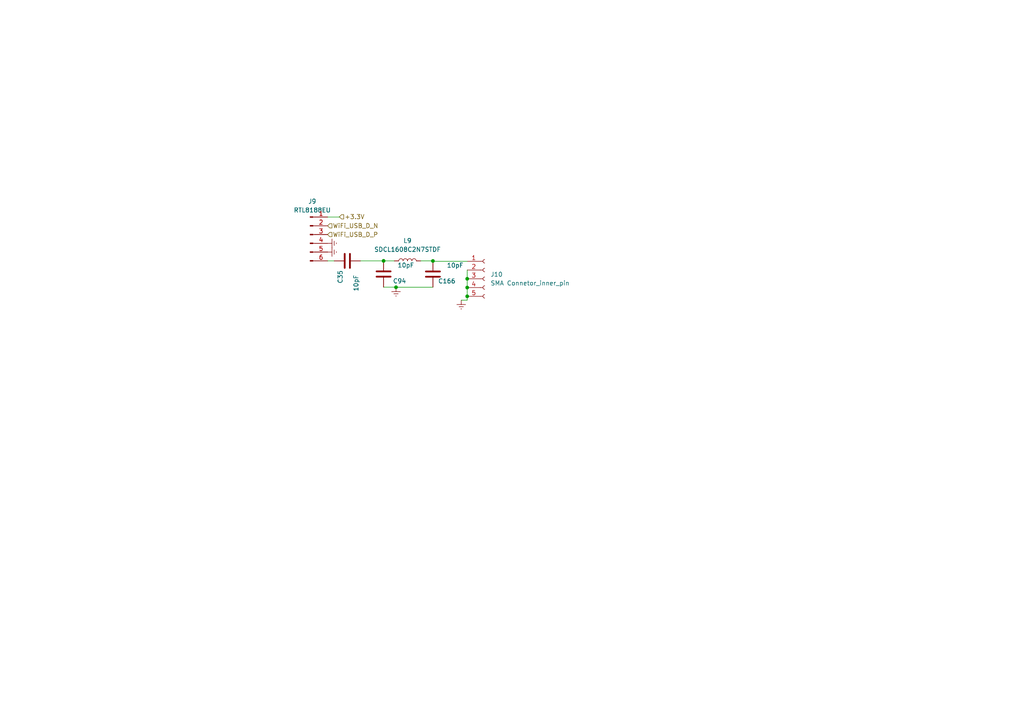
<source format=kicad_sch>
(kicad_sch (version 20231120) (generator "eeschema") (generator_version "8.0")
  (paper "A4")
  (lib_symbols
    (symbol "Connector:Conn_01x05_Socket" (pin_names (offset 1.016) hide)
      (property "Reference" "J" (at 0 7.62 0))
      (property "Value" "Conn_01x05_Socket" (at 0 -7.62 0))
      (symbol "Conn_01x05_Socket_1_1"
        (arc (start 0 -4.572) (mid -0.5058 -5.08) (end 0 -5.588) (stroke (width 0.1524)))
        (arc (start 0 -2.032) (mid -0.5058 -2.54) (end 0 -3.048) (stroke (width 0.1524)))
        (polyline (pts (xy -1.27 -5.08) (xy -0.508 -5.08)) (stroke (width 0.1524)))
        (polyline (pts (xy -1.27 -2.54) (xy -0.508 -2.54)) (stroke (width 0.1524)))
        (polyline (pts (xy -1.27 0) (xy -0.508 0)) (stroke (width 0.1524)))
        (polyline (pts (xy -1.27 2.54) (xy -0.508 2.54)) (stroke (width 0.1524)))
        (polyline (pts (xy -1.27 5.08) (xy -0.508 5.08)) (stroke (width 0.1524)))
        (arc (start 0 0.508) (mid -0.5058 0) (end 0 -0.508) (stroke (width 0.1524)))
        (arc (start 0 3.048) (mid -0.5058 2.54) (end 0 2.032) (stroke (width 0.1524)))
        (arc (start 0 5.588) (mid -0.5058 5.08) (end 0 4.572) (stroke (width 0.1524)))
        (pin passive line (at -5.08 5.08 0) (length 3.81) (name "Pin_1") (number "1"))
        (pin passive line (at -5.08 2.54 0) (length 3.81) (name "Pin_2") (number "2"))
        (pin passive line (at -5.08 0 0) (length 3.81) (name "Pin_3") (number "3"))
        (pin passive line (at -5.08 -2.54 0) (length 3.81) (name "Pin_4") (number "4"))
        (pin passive line (at -5.08 -5.08 0) (length 3.81) (name "Pin_5") (number "5"))
      )
    )
    (symbol "Connector:Conn_01x06_Pin" (pin_names (offset 1.016) hide)
      (property "Reference" "J" (at 0 7.62 0))
      (property "Value" "Conn_01x06_Pin" (at 0 -10.16 0))
      (symbol "Conn_01x06_Pin_1_1"
        (polyline (pts (xy 1.27 -7.62) (xy 0.8636 -7.62)) (stroke (width 0.1524)))
        (polyline (pts (xy 1.27 -5.08) (xy 0.8636 -5.08)) (stroke (width 0.1524)))
        (polyline (pts (xy 1.27 -2.54) (xy 0.8636 -2.54)) (stroke (width 0.1524)))
        (polyline (pts (xy 1.27 0) (xy 0.8636 0)) (stroke (width 0.1524)))
        (polyline (pts (xy 1.27 2.54) (xy 0.8636 2.54)) (stroke (width 0.1524)))
        (polyline (pts (xy 1.27 5.08) (xy 0.8636 5.08)) (stroke (width 0.1524)))
        (rectangle (start 0.8636 -7.493) (end 0 -7.747) (stroke (width 0.1524)) (fill (type outline)))
        (rectangle (start 0.8636 -4.953) (end 0 -5.207) (stroke (width 0.1524)) (fill (type outline)))
        (rectangle (start 0.8636 -2.413) (end 0 -2.667) (stroke (width 0.1524)) (fill (type outline)))
        (rectangle (start 0.8636 0.127) (end 0 -0.127) (stroke (width 0.1524)) (fill (type outline)))
        (rectangle (start 0.8636 2.667) (end 0 2.413) (stroke (width 0.1524)) (fill (type outline)))
        (rectangle (start 0.8636 5.207) (end 0 4.953) (stroke (width 0.1524)) (fill (type outline)))
        (pin passive line (at 5.08 5.08 180) (length 3.81) (name "Pin_1") (number "1"))
        (pin passive line (at 5.08 2.54 180) (length 3.81) (name "Pin_2") (number "2"))
        (pin passive line (at 5.08 0 180) (length 3.81) (name "Pin_3") (number "3"))
        (pin passive line (at 5.08 -2.54 180) (length 3.81) (name "Pin_4") (number "4"))
        (pin passive line (at 5.08 -5.08 180) (length 3.81) (name "Pin_5") (number "5"))
        (pin passive line (at 5.08 -7.62 180) (length 3.81) (name "Pin_6") (number "6"))
      )
    )
    (symbol "Device:C" (pin_numbers hide) (pin_names (offset 0.254))
      (property "Reference" "C" (at 0.635 2.54 0))
      (property "Value" "C" (at 0.635 -2.54 0))
      (symbol "C_0_1"
        (polyline (pts (xy -2.032 -0.762) (xy 2.032 -0.762)) (stroke (width 0.508)))
        (polyline (pts (xy -2.032 0.762) (xy 2.032 0.762)) (stroke (width 0.508)))
      )
      (symbol "C_1_1"
        (pin passive line (at 0 3.81 270) (length 2.794) (name "~") (number "1"))
        (pin passive line (at 0 -3.81 90) (length 2.794) (name "~") (number "2"))
      )
    )
    (symbol "Device:L" (pin_numbers hide) (pin_names (offset 1.016) hide)
      (property "Reference" "L" (at -1.27 0 90))
      (property "Value" "L" (at 1.905 0 90))
      (symbol "L_0_1"
        (arc (start 0 -2.54) (mid 0.6323 -1.905) (end 0 -1.27))
        (arc (start 0 -1.27) (mid 0.6323 -0.635) (end 0 0))
        (arc (start 0 0) (mid 0.6323 0.635) (end 0 1.27))
        (arc (start 0 1.27) (mid 0.6323 1.905) (end 0 2.54))
      )
      (symbol "L_1_1"
        (pin passive line (at 0 3.81 270) (length 1.27) (name "1") (number "1"))
        (pin passive line (at 0 -3.81 90) (length 1.27) (name "2") (number "2"))
      )
    )
    (symbol "power:Earth" (power) (pin_names (offset 0))
      (symbol "Earth_0_1"
        (polyline (pts (xy -0.635 -1.905) (xy 0.635 -1.905)))
        (polyline (pts (xy -0.127 -2.54) (xy 0.127 -2.54)))
        (polyline (pts (xy 0 -1.27) (xy 0 0)))
        (polyline (pts (xy 1.27 -1.27) (xy -1.27 -1.27)))
      )
      (symbol "Earth_1_1"
        (pin power_in line (at 0 0 270) (length 0) hide (name "Earth") (number "1"))
      )
    )
  )
  (junction (at 125.5635 75.6923))
  (junction (at 111.2547 75.6661))
  (junction (at 135.5099 83.4044))
  (junction (at 135.5099 80.8644))
  (junction (at 135.5099 85.9444))
  (junction (at 114.8596 83.3123))
  (wire (pts (xy 125.5635 83.3123) (xy 114.8596 83.3123)))
  (wire (pts (xy 111.2547 83.2861) (xy 114.8596 83.2861)))
  (wire (pts (xy 98.4348 62.9529) (xy 95.018 62.9529)))
  (wire (pts (xy 125.5635 75.6923) (xy 125.5635 75.6649)))
  (wire (pts (xy 125.5635 75.6649) (xy 122.0011 75.6649)))
  (wire (pts (xy 111.2547 75.6661) (xy 114.3811 75.6661)))
  (wire (pts (xy 104.5436 75.6661) (xy 111.2547 75.6661)))
  (wire (pts (xy 125.5635 75.7844) (xy 125.5635 75.6923)))
  (wire (pts (xy 135.5099 80.8644) (xy 135.5099 83.4044)))
  (wire (pts (xy 135.5099 87.0593) (xy 133.7764 87.0593)))
  (wire (pts (xy 135.5099 78.3244) (xy 135.5099 80.8644)))
  (wire (pts (xy 96.9236 75.6661) (xy 95.018 75.6661)))
  (wire (pts (xy 114.8596 83.2861) (xy 114.8596 83.3123)))
  (wire (pts (xy 135.5099 83.4044) (xy 135.5099 85.9444)))
  (wire (pts (xy 135.5099 85.9444) (xy 135.5099 87.0593)))
  (wire (pts (xy 135.5099 75.7844) (xy 125.5635 75.7844)))
  (wire (pts (xy 98.4348 62.8841) (xy 98.4348 62.9529)))
  (wire (pts (xy 114.3811 75.6661) (xy 114.3811 75.6649)))
  (wire (pts (xy 95.018 75.6661) (xy 95.018 75.6529)))
  (hierarchical_label "WiFi_USB_D_P" (shape input) (at 95.018 68.0329 0))
  (hierarchical_label "+3.3V" (shape input) (at 98.4348 62.8841 0))
  (hierarchical_label "WiFi_USB_D_N" (shape input) (at 95.018 65.4929 0))
  (symbol (lib_id "Device:L") (at 118.1911 75.6649 90) (unit 1)
    (property "Reference" "L9" (at 118.1911 69.8225 90))
    (property "Value" "SDCL1608C2N7STDF" (at 118.1911 72.3625 90))
    (property "Footprint" "Inductor_SMD:L_0603_1608Metric" (effects (hide yes)))
    (property "Description" "Inductor" (effects (hide yes)))
    (property "MPN" "SDCL1608C2N7STDF" (effects (hide yes)))
  )
  (symbol (lib_id "Device:C") (at 111.2547 79.4761 0) (unit 1)
    (property "Reference" "C94" (at 117.8587 81.5081 0) (effects (justify right)))
    (property "Value" "10pF" (at 120.1447 76.9361 0) (effects (justify right)))
    (property "Footprint" "Capacitor_SMD:C_0603_1608Metric" (effects (hide yes)))
    (property "MPN" "CC0603JRNPO9BN100" (effects (hide yes)))
  )
  (symbol (lib_id "power:Earth") (at 133.7764 87.0593 0) (unit 1)
    (property "Reference" "#PWR0206" (effects (hide yes)))
    (property "Value" "Earth" (effects (hide yes)))
    (property "Description" "Power symbol creates a global label with name \"Earth\"" (effects (hide yes)))
  )
  (symbol (lib_id "power:Earth") (at 95.018 73.1129 90) (unit 1)
    (property "Reference" "#PWR0137" (effects (hide yes)))
    (property "Value" "Earth" (effects (hide yes)))
    (property "Description" "Power symbol creates a global label with name \"Earth\"" (effects (hide yes)))
  )
  (symbol (lib_id "Connector:Conn_01x06_Pin") (at 89.938 68.0329 0) (unit 1)
    (property "Reference" "J9" (at 90.573 58.42 0))
    (property "Value" "RTL8188EU" (at 90.573 60.96 0))
    (property "Footprint" "RTL8188EU:RTL8188EU" (effects (hide yes)))
    (property "Description" "Generic connector, single row, 01x06, script generated" (effects (hide yes)))
    (property "MPN" "RTL8188EUS 模块" (effects (hide yes)))
  )
  (symbol (lib_id "Device:C") (at 100.7336 75.6661 270) (unit 1)
    (property "Reference" "C35" (at 98.7016 82.2701 0) (effects (justify right)))
    (property "Value" "10pF" (at 103.2736 84.5561 0) (effects (justify right)))
    (property "Footprint" "Capacitor_SMD:C_0603_1608Metric" (effects (hide yes)))
    (property "MPN" "CC0603JRNPO9BN100" (effects (hide yes)))
  )
  (symbol (lib_id "power:Earth") (at 95.018 70.5729 90) (unit 1)
    (property "Reference" "#PWR041" (effects (hide yes)))
    (property "Value" "Earth" (effects (hide yes)))
    (property "Description" "Power symbol creates a global label with name \"Earth\"" (effects (hide yes)))
  )
  (symbol (lib_id "Connector:Conn_01x05_Socket") (at 140.5899 80.8644 0) (unit 1)
    (property "Reference" "J10" (at 142.24 79.5943 0) (effects (justify left)))
    (property "Value" "SMA Connetor_inner_pin" (at 142.24 82.1343 0) (effects (justify left)))
    (property "Footprint" "Connector_Coaxial:SMA_Connector_inner_pin_right_angle" (effects (hide yes)))
    (property "Description" "Generic connector, single row, 01x05, script generated" (effects (hide yes)))
    (property "MPN" "SMA-KWE  内针" (effects (hide yes)))
  )
  (symbol (lib_id "power:Earth") (at 114.8596 83.3123 0) (unit 1)
    (property "Reference" "#PWR0205" (effects (hide yes)))
    (property "Value" "Earth" (effects (hide yes)))
    (property "Description" "Power symbol creates a global label with name \"Earth\"" (effects (hide yes)))
  )
  (symbol (lib_id "Device:C") (at 125.5635 79.5023 0) (unit 1)
    (property "Reference" "C166" (at 132.1675 81.5343 0) (effects (justify right)))
    (property "Value" "10pF" (at 134.4535 76.9623 0) (effects (justify right)))
    (property "Footprint" "Capacitor_SMD:C_0603_1608Metric" (effects (hide yes)))
    (property "MPN" "CC0603JRNPO9BN100" (effects (hide yes)))
  )
)
</source>
